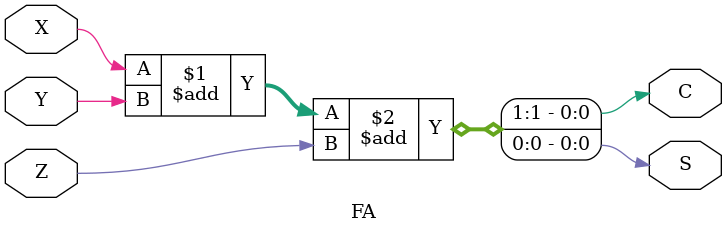
<source format=sv>

module FA
  (
   output C,
   output S,
   input  X,
   input  Y,
   input  Z
   );
  
  assign {C, S} = X + Y + Z;
endmodule

</source>
